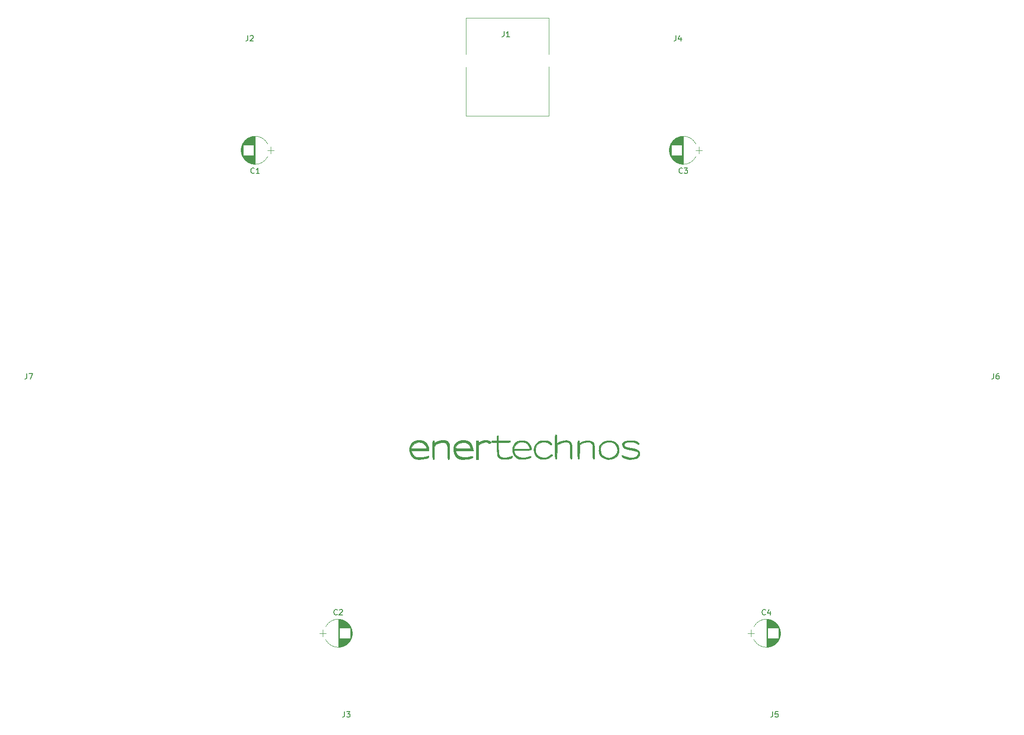
<source format=gbr>
G04 #@! TF.FileFunction,Legend,Top*
%FSLAX46Y46*%
G04 Gerber Fmt 4.6, Leading zero omitted, Abs format (unit mm)*
G04 Created by KiCad (PCBNEW 4.0.7) date 01/04/18 15:12:23*
%MOMM*%
%LPD*%
G01*
G04 APERTURE LIST*
%ADD10C,0.100000*%
%ADD11C,0.120000*%
%ADD12C,0.010000*%
%ADD13C,0.150000*%
G04 APERTURE END LIST*
D10*
D11*
X103500000Y138680000D02*
X88260000Y138680000D01*
X88260000Y120650000D02*
X88270000Y129640000D01*
X88260000Y120650000D02*
X103500000Y120650000D01*
X103500000Y120650000D02*
X103500000Y129650000D01*
X88270000Y131980000D02*
X88260000Y138680000D01*
X103500000Y131970000D02*
X103500000Y138680000D01*
X47204278Y113120277D02*
G75*
G03X51815580Y113120000I2305722J1179723D01*
G01*
X47204278Y115479723D02*
G75*
G02X51815580Y115480000I2305722J-1179723D01*
G01*
X47204278Y115479723D02*
G75*
G03X47204420Y113120000I2305722J-1179723D01*
G01*
X49510000Y111750000D02*
X49510000Y116850000D01*
X49470000Y111750000D02*
X49470000Y116850000D01*
X49430000Y111751000D02*
X49430000Y116849000D01*
X49390000Y111752000D02*
X49390000Y116848000D01*
X49350000Y111754000D02*
X49350000Y116846000D01*
X49310000Y111757000D02*
X49310000Y116843000D01*
X49270000Y111761000D02*
X49270000Y116839000D01*
X49230000Y111765000D02*
X49230000Y113320000D01*
X49230000Y115280000D02*
X49230000Y116835000D01*
X49190000Y111769000D02*
X49190000Y113320000D01*
X49190000Y115280000D02*
X49190000Y116831000D01*
X49150000Y111775000D02*
X49150000Y113320000D01*
X49150000Y115280000D02*
X49150000Y116825000D01*
X49110000Y111781000D02*
X49110000Y113320000D01*
X49110000Y115280000D02*
X49110000Y116819000D01*
X49070000Y111787000D02*
X49070000Y113320000D01*
X49070000Y115280000D02*
X49070000Y116813000D01*
X49030000Y111794000D02*
X49030000Y113320000D01*
X49030000Y115280000D02*
X49030000Y116806000D01*
X48990000Y111802000D02*
X48990000Y113320000D01*
X48990000Y115280000D02*
X48990000Y116798000D01*
X48950000Y111811000D02*
X48950000Y113320000D01*
X48950000Y115280000D02*
X48950000Y116789000D01*
X48910000Y111820000D02*
X48910000Y113320000D01*
X48910000Y115280000D02*
X48910000Y116780000D01*
X48870000Y111830000D02*
X48870000Y113320000D01*
X48870000Y115280000D02*
X48870000Y116770000D01*
X48830000Y111840000D02*
X48830000Y113320000D01*
X48830000Y115280000D02*
X48830000Y116760000D01*
X48789000Y111852000D02*
X48789000Y113320000D01*
X48789000Y115280000D02*
X48789000Y116748000D01*
X48749000Y111864000D02*
X48749000Y113320000D01*
X48749000Y115280000D02*
X48749000Y116736000D01*
X48709000Y111876000D02*
X48709000Y113320000D01*
X48709000Y115280000D02*
X48709000Y116724000D01*
X48669000Y111890000D02*
X48669000Y113320000D01*
X48669000Y115280000D02*
X48669000Y116710000D01*
X48629000Y111904000D02*
X48629000Y113320000D01*
X48629000Y115280000D02*
X48629000Y116696000D01*
X48589000Y111918000D02*
X48589000Y113320000D01*
X48589000Y115280000D02*
X48589000Y116682000D01*
X48549000Y111934000D02*
X48549000Y113320000D01*
X48549000Y115280000D02*
X48549000Y116666000D01*
X48509000Y111950000D02*
X48509000Y113320000D01*
X48509000Y115280000D02*
X48509000Y116650000D01*
X48469000Y111967000D02*
X48469000Y113320000D01*
X48469000Y115280000D02*
X48469000Y116633000D01*
X48429000Y111985000D02*
X48429000Y113320000D01*
X48429000Y115280000D02*
X48429000Y116615000D01*
X48389000Y112004000D02*
X48389000Y113320000D01*
X48389000Y115280000D02*
X48389000Y116596000D01*
X48349000Y112024000D02*
X48349000Y113320000D01*
X48349000Y115280000D02*
X48349000Y116576000D01*
X48309000Y112044000D02*
X48309000Y113320000D01*
X48309000Y115280000D02*
X48309000Y116556000D01*
X48269000Y112066000D02*
X48269000Y113320000D01*
X48269000Y115280000D02*
X48269000Y116534000D01*
X48229000Y112088000D02*
X48229000Y113320000D01*
X48229000Y115280000D02*
X48229000Y116512000D01*
X48189000Y112111000D02*
X48189000Y113320000D01*
X48189000Y115280000D02*
X48189000Y116489000D01*
X48149000Y112135000D02*
X48149000Y113320000D01*
X48149000Y115280000D02*
X48149000Y116465000D01*
X48109000Y112160000D02*
X48109000Y113320000D01*
X48109000Y115280000D02*
X48109000Y116440000D01*
X48069000Y112187000D02*
X48069000Y113320000D01*
X48069000Y115280000D02*
X48069000Y116413000D01*
X48029000Y112214000D02*
X48029000Y113320000D01*
X48029000Y115280000D02*
X48029000Y116386000D01*
X47989000Y112242000D02*
X47989000Y113320000D01*
X47989000Y115280000D02*
X47989000Y116358000D01*
X47949000Y112272000D02*
X47949000Y113320000D01*
X47949000Y115280000D02*
X47949000Y116328000D01*
X47909000Y112303000D02*
X47909000Y113320000D01*
X47909000Y115280000D02*
X47909000Y116297000D01*
X47869000Y112335000D02*
X47869000Y113320000D01*
X47869000Y115280000D02*
X47869000Y116265000D01*
X47829000Y112368000D02*
X47829000Y113320000D01*
X47829000Y115280000D02*
X47829000Y116232000D01*
X47789000Y112403000D02*
X47789000Y113320000D01*
X47789000Y115280000D02*
X47789000Y116197000D01*
X47749000Y112439000D02*
X47749000Y113320000D01*
X47749000Y115280000D02*
X47749000Y116161000D01*
X47709000Y112477000D02*
X47709000Y113320000D01*
X47709000Y115280000D02*
X47709000Y116123000D01*
X47669000Y112517000D02*
X47669000Y113320000D01*
X47669000Y115280000D02*
X47669000Y116083000D01*
X47629000Y112558000D02*
X47629000Y113320000D01*
X47629000Y115280000D02*
X47629000Y116042000D01*
X47589000Y112601000D02*
X47589000Y113320000D01*
X47589000Y115280000D02*
X47589000Y115999000D01*
X47549000Y112646000D02*
X47549000Y113320000D01*
X47549000Y115280000D02*
X47549000Y115954000D01*
X47509000Y112694000D02*
X47509000Y113320000D01*
X47509000Y115280000D02*
X47509000Y115906000D01*
X47469000Y112744000D02*
X47469000Y113320000D01*
X47469000Y115280000D02*
X47469000Y115856000D01*
X47429000Y112796000D02*
X47429000Y113320000D01*
X47429000Y115280000D02*
X47429000Y115804000D01*
X47389000Y112852000D02*
X47389000Y113320000D01*
X47389000Y115280000D02*
X47389000Y115748000D01*
X47349000Y112910000D02*
X47349000Y113320000D01*
X47349000Y115280000D02*
X47349000Y115690000D01*
X47309000Y112973000D02*
X47309000Y113320000D01*
X47309000Y115280000D02*
X47309000Y115627000D01*
X47269000Y113039000D02*
X47269000Y115561000D01*
X47229000Y113111000D02*
X47229000Y115489000D01*
X47189000Y113188000D02*
X47189000Y115412000D01*
X47149000Y113272000D02*
X47149000Y115328000D01*
X47109000Y113366000D02*
X47109000Y115234000D01*
X47069000Y113471000D02*
X47069000Y115129000D01*
X47029000Y113593000D02*
X47029000Y115007000D01*
X46989000Y113741000D02*
X46989000Y114859000D01*
X46949000Y113946000D02*
X46949000Y114654000D01*
X52960000Y114300000D02*
X51760000Y114300000D01*
X52360000Y113650000D02*
X52360000Y114950000D01*
X67095722Y26579723D02*
G75*
G03X62484420Y26580000I-2305722J-1179723D01*
G01*
X67095722Y24220277D02*
G75*
G02X62484420Y24220000I-2305722J1179723D01*
G01*
X67095722Y24220277D02*
G75*
G03X67095580Y26580000I-2305722J1179723D01*
G01*
X64790000Y27950000D02*
X64790000Y22850000D01*
X64830000Y27950000D02*
X64830000Y22850000D01*
X64870000Y27949000D02*
X64870000Y22851000D01*
X64910000Y27948000D02*
X64910000Y22852000D01*
X64950000Y27946000D02*
X64950000Y22854000D01*
X64990000Y27943000D02*
X64990000Y22857000D01*
X65030000Y27939000D02*
X65030000Y22861000D01*
X65070000Y27935000D02*
X65070000Y26380000D01*
X65070000Y24420000D02*
X65070000Y22865000D01*
X65110000Y27931000D02*
X65110000Y26380000D01*
X65110000Y24420000D02*
X65110000Y22869000D01*
X65150000Y27925000D02*
X65150000Y26380000D01*
X65150000Y24420000D02*
X65150000Y22875000D01*
X65190000Y27919000D02*
X65190000Y26380000D01*
X65190000Y24420000D02*
X65190000Y22881000D01*
X65230000Y27913000D02*
X65230000Y26380000D01*
X65230000Y24420000D02*
X65230000Y22887000D01*
X65270000Y27906000D02*
X65270000Y26380000D01*
X65270000Y24420000D02*
X65270000Y22894000D01*
X65310000Y27898000D02*
X65310000Y26380000D01*
X65310000Y24420000D02*
X65310000Y22902000D01*
X65350000Y27889000D02*
X65350000Y26380000D01*
X65350000Y24420000D02*
X65350000Y22911000D01*
X65390000Y27880000D02*
X65390000Y26380000D01*
X65390000Y24420000D02*
X65390000Y22920000D01*
X65430000Y27870000D02*
X65430000Y26380000D01*
X65430000Y24420000D02*
X65430000Y22930000D01*
X65470000Y27860000D02*
X65470000Y26380000D01*
X65470000Y24420000D02*
X65470000Y22940000D01*
X65511000Y27848000D02*
X65511000Y26380000D01*
X65511000Y24420000D02*
X65511000Y22952000D01*
X65551000Y27836000D02*
X65551000Y26380000D01*
X65551000Y24420000D02*
X65551000Y22964000D01*
X65591000Y27824000D02*
X65591000Y26380000D01*
X65591000Y24420000D02*
X65591000Y22976000D01*
X65631000Y27810000D02*
X65631000Y26380000D01*
X65631000Y24420000D02*
X65631000Y22990000D01*
X65671000Y27796000D02*
X65671000Y26380000D01*
X65671000Y24420000D02*
X65671000Y23004000D01*
X65711000Y27782000D02*
X65711000Y26380000D01*
X65711000Y24420000D02*
X65711000Y23018000D01*
X65751000Y27766000D02*
X65751000Y26380000D01*
X65751000Y24420000D02*
X65751000Y23034000D01*
X65791000Y27750000D02*
X65791000Y26380000D01*
X65791000Y24420000D02*
X65791000Y23050000D01*
X65831000Y27733000D02*
X65831000Y26380000D01*
X65831000Y24420000D02*
X65831000Y23067000D01*
X65871000Y27715000D02*
X65871000Y26380000D01*
X65871000Y24420000D02*
X65871000Y23085000D01*
X65911000Y27696000D02*
X65911000Y26380000D01*
X65911000Y24420000D02*
X65911000Y23104000D01*
X65951000Y27676000D02*
X65951000Y26380000D01*
X65951000Y24420000D02*
X65951000Y23124000D01*
X65991000Y27656000D02*
X65991000Y26380000D01*
X65991000Y24420000D02*
X65991000Y23144000D01*
X66031000Y27634000D02*
X66031000Y26380000D01*
X66031000Y24420000D02*
X66031000Y23166000D01*
X66071000Y27612000D02*
X66071000Y26380000D01*
X66071000Y24420000D02*
X66071000Y23188000D01*
X66111000Y27589000D02*
X66111000Y26380000D01*
X66111000Y24420000D02*
X66111000Y23211000D01*
X66151000Y27565000D02*
X66151000Y26380000D01*
X66151000Y24420000D02*
X66151000Y23235000D01*
X66191000Y27540000D02*
X66191000Y26380000D01*
X66191000Y24420000D02*
X66191000Y23260000D01*
X66231000Y27513000D02*
X66231000Y26380000D01*
X66231000Y24420000D02*
X66231000Y23287000D01*
X66271000Y27486000D02*
X66271000Y26380000D01*
X66271000Y24420000D02*
X66271000Y23314000D01*
X66311000Y27458000D02*
X66311000Y26380000D01*
X66311000Y24420000D02*
X66311000Y23342000D01*
X66351000Y27428000D02*
X66351000Y26380000D01*
X66351000Y24420000D02*
X66351000Y23372000D01*
X66391000Y27397000D02*
X66391000Y26380000D01*
X66391000Y24420000D02*
X66391000Y23403000D01*
X66431000Y27365000D02*
X66431000Y26380000D01*
X66431000Y24420000D02*
X66431000Y23435000D01*
X66471000Y27332000D02*
X66471000Y26380000D01*
X66471000Y24420000D02*
X66471000Y23468000D01*
X66511000Y27297000D02*
X66511000Y26380000D01*
X66511000Y24420000D02*
X66511000Y23503000D01*
X66551000Y27261000D02*
X66551000Y26380000D01*
X66551000Y24420000D02*
X66551000Y23539000D01*
X66591000Y27223000D02*
X66591000Y26380000D01*
X66591000Y24420000D02*
X66591000Y23577000D01*
X66631000Y27183000D02*
X66631000Y26380000D01*
X66631000Y24420000D02*
X66631000Y23617000D01*
X66671000Y27142000D02*
X66671000Y26380000D01*
X66671000Y24420000D02*
X66671000Y23658000D01*
X66711000Y27099000D02*
X66711000Y26380000D01*
X66711000Y24420000D02*
X66711000Y23701000D01*
X66751000Y27054000D02*
X66751000Y26380000D01*
X66751000Y24420000D02*
X66751000Y23746000D01*
X66791000Y27006000D02*
X66791000Y26380000D01*
X66791000Y24420000D02*
X66791000Y23794000D01*
X66831000Y26956000D02*
X66831000Y26380000D01*
X66831000Y24420000D02*
X66831000Y23844000D01*
X66871000Y26904000D02*
X66871000Y26380000D01*
X66871000Y24420000D02*
X66871000Y23896000D01*
X66911000Y26848000D02*
X66911000Y26380000D01*
X66911000Y24420000D02*
X66911000Y23952000D01*
X66951000Y26790000D02*
X66951000Y26380000D01*
X66951000Y24420000D02*
X66951000Y24010000D01*
X66991000Y26727000D02*
X66991000Y26380000D01*
X66991000Y24420000D02*
X66991000Y24073000D01*
X67031000Y26661000D02*
X67031000Y24139000D01*
X67071000Y26589000D02*
X67071000Y24211000D01*
X67111000Y26512000D02*
X67111000Y24288000D01*
X67151000Y26428000D02*
X67151000Y24372000D01*
X67191000Y26334000D02*
X67191000Y24466000D01*
X67231000Y26229000D02*
X67231000Y24571000D01*
X67271000Y26107000D02*
X67271000Y24693000D01*
X67311000Y25959000D02*
X67311000Y24841000D01*
X67351000Y25754000D02*
X67351000Y25046000D01*
X61340000Y25400000D02*
X62540000Y25400000D01*
X61940000Y26050000D02*
X61940000Y24750000D01*
X125944278Y113120277D02*
G75*
G03X130555580Y113120000I2305722J1179723D01*
G01*
X125944278Y115479723D02*
G75*
G02X130555580Y115480000I2305722J-1179723D01*
G01*
X125944278Y115479723D02*
G75*
G03X125944420Y113120000I2305722J-1179723D01*
G01*
X128250000Y111750000D02*
X128250000Y116850000D01*
X128210000Y111750000D02*
X128210000Y116850000D01*
X128170000Y111751000D02*
X128170000Y116849000D01*
X128130000Y111752000D02*
X128130000Y116848000D01*
X128090000Y111754000D02*
X128090000Y116846000D01*
X128050000Y111757000D02*
X128050000Y116843000D01*
X128010000Y111761000D02*
X128010000Y116839000D01*
X127970000Y111765000D02*
X127970000Y113320000D01*
X127970000Y115280000D02*
X127970000Y116835000D01*
X127930000Y111769000D02*
X127930000Y113320000D01*
X127930000Y115280000D02*
X127930000Y116831000D01*
X127890000Y111775000D02*
X127890000Y113320000D01*
X127890000Y115280000D02*
X127890000Y116825000D01*
X127850000Y111781000D02*
X127850000Y113320000D01*
X127850000Y115280000D02*
X127850000Y116819000D01*
X127810000Y111787000D02*
X127810000Y113320000D01*
X127810000Y115280000D02*
X127810000Y116813000D01*
X127770000Y111794000D02*
X127770000Y113320000D01*
X127770000Y115280000D02*
X127770000Y116806000D01*
X127730000Y111802000D02*
X127730000Y113320000D01*
X127730000Y115280000D02*
X127730000Y116798000D01*
X127690000Y111811000D02*
X127690000Y113320000D01*
X127690000Y115280000D02*
X127690000Y116789000D01*
X127650000Y111820000D02*
X127650000Y113320000D01*
X127650000Y115280000D02*
X127650000Y116780000D01*
X127610000Y111830000D02*
X127610000Y113320000D01*
X127610000Y115280000D02*
X127610000Y116770000D01*
X127570000Y111840000D02*
X127570000Y113320000D01*
X127570000Y115280000D02*
X127570000Y116760000D01*
X127529000Y111852000D02*
X127529000Y113320000D01*
X127529000Y115280000D02*
X127529000Y116748000D01*
X127489000Y111864000D02*
X127489000Y113320000D01*
X127489000Y115280000D02*
X127489000Y116736000D01*
X127449000Y111876000D02*
X127449000Y113320000D01*
X127449000Y115280000D02*
X127449000Y116724000D01*
X127409000Y111890000D02*
X127409000Y113320000D01*
X127409000Y115280000D02*
X127409000Y116710000D01*
X127369000Y111904000D02*
X127369000Y113320000D01*
X127369000Y115280000D02*
X127369000Y116696000D01*
X127329000Y111918000D02*
X127329000Y113320000D01*
X127329000Y115280000D02*
X127329000Y116682000D01*
X127289000Y111934000D02*
X127289000Y113320000D01*
X127289000Y115280000D02*
X127289000Y116666000D01*
X127249000Y111950000D02*
X127249000Y113320000D01*
X127249000Y115280000D02*
X127249000Y116650000D01*
X127209000Y111967000D02*
X127209000Y113320000D01*
X127209000Y115280000D02*
X127209000Y116633000D01*
X127169000Y111985000D02*
X127169000Y113320000D01*
X127169000Y115280000D02*
X127169000Y116615000D01*
X127129000Y112004000D02*
X127129000Y113320000D01*
X127129000Y115280000D02*
X127129000Y116596000D01*
X127089000Y112024000D02*
X127089000Y113320000D01*
X127089000Y115280000D02*
X127089000Y116576000D01*
X127049000Y112044000D02*
X127049000Y113320000D01*
X127049000Y115280000D02*
X127049000Y116556000D01*
X127009000Y112066000D02*
X127009000Y113320000D01*
X127009000Y115280000D02*
X127009000Y116534000D01*
X126969000Y112088000D02*
X126969000Y113320000D01*
X126969000Y115280000D02*
X126969000Y116512000D01*
X126929000Y112111000D02*
X126929000Y113320000D01*
X126929000Y115280000D02*
X126929000Y116489000D01*
X126889000Y112135000D02*
X126889000Y113320000D01*
X126889000Y115280000D02*
X126889000Y116465000D01*
X126849000Y112160000D02*
X126849000Y113320000D01*
X126849000Y115280000D02*
X126849000Y116440000D01*
X126809000Y112187000D02*
X126809000Y113320000D01*
X126809000Y115280000D02*
X126809000Y116413000D01*
X126769000Y112214000D02*
X126769000Y113320000D01*
X126769000Y115280000D02*
X126769000Y116386000D01*
X126729000Y112242000D02*
X126729000Y113320000D01*
X126729000Y115280000D02*
X126729000Y116358000D01*
X126689000Y112272000D02*
X126689000Y113320000D01*
X126689000Y115280000D02*
X126689000Y116328000D01*
X126649000Y112303000D02*
X126649000Y113320000D01*
X126649000Y115280000D02*
X126649000Y116297000D01*
X126609000Y112335000D02*
X126609000Y113320000D01*
X126609000Y115280000D02*
X126609000Y116265000D01*
X126569000Y112368000D02*
X126569000Y113320000D01*
X126569000Y115280000D02*
X126569000Y116232000D01*
X126529000Y112403000D02*
X126529000Y113320000D01*
X126529000Y115280000D02*
X126529000Y116197000D01*
X126489000Y112439000D02*
X126489000Y113320000D01*
X126489000Y115280000D02*
X126489000Y116161000D01*
X126449000Y112477000D02*
X126449000Y113320000D01*
X126449000Y115280000D02*
X126449000Y116123000D01*
X126409000Y112517000D02*
X126409000Y113320000D01*
X126409000Y115280000D02*
X126409000Y116083000D01*
X126369000Y112558000D02*
X126369000Y113320000D01*
X126369000Y115280000D02*
X126369000Y116042000D01*
X126329000Y112601000D02*
X126329000Y113320000D01*
X126329000Y115280000D02*
X126329000Y115999000D01*
X126289000Y112646000D02*
X126289000Y113320000D01*
X126289000Y115280000D02*
X126289000Y115954000D01*
X126249000Y112694000D02*
X126249000Y113320000D01*
X126249000Y115280000D02*
X126249000Y115906000D01*
X126209000Y112744000D02*
X126209000Y113320000D01*
X126209000Y115280000D02*
X126209000Y115856000D01*
X126169000Y112796000D02*
X126169000Y113320000D01*
X126169000Y115280000D02*
X126169000Y115804000D01*
X126129000Y112852000D02*
X126129000Y113320000D01*
X126129000Y115280000D02*
X126129000Y115748000D01*
X126089000Y112910000D02*
X126089000Y113320000D01*
X126089000Y115280000D02*
X126089000Y115690000D01*
X126049000Y112973000D02*
X126049000Y113320000D01*
X126049000Y115280000D02*
X126049000Y115627000D01*
X126009000Y113039000D02*
X126009000Y115561000D01*
X125969000Y113111000D02*
X125969000Y115489000D01*
X125929000Y113188000D02*
X125929000Y115412000D01*
X125889000Y113272000D02*
X125889000Y115328000D01*
X125849000Y113366000D02*
X125849000Y115234000D01*
X125809000Y113471000D02*
X125809000Y115129000D01*
X125769000Y113593000D02*
X125769000Y115007000D01*
X125729000Y113741000D02*
X125729000Y114859000D01*
X125689000Y113946000D02*
X125689000Y114654000D01*
X131700000Y114300000D02*
X130500000Y114300000D01*
X131100000Y113650000D02*
X131100000Y114950000D01*
X145835722Y26579723D02*
G75*
G03X141224420Y26580000I-2305722J-1179723D01*
G01*
X145835722Y24220277D02*
G75*
G02X141224420Y24220000I-2305722J1179723D01*
G01*
X145835722Y24220277D02*
G75*
G03X145835580Y26580000I-2305722J1179723D01*
G01*
X143530000Y27950000D02*
X143530000Y22850000D01*
X143570000Y27950000D02*
X143570000Y22850000D01*
X143610000Y27949000D02*
X143610000Y22851000D01*
X143650000Y27948000D02*
X143650000Y22852000D01*
X143690000Y27946000D02*
X143690000Y22854000D01*
X143730000Y27943000D02*
X143730000Y22857000D01*
X143770000Y27939000D02*
X143770000Y22861000D01*
X143810000Y27935000D02*
X143810000Y26380000D01*
X143810000Y24420000D02*
X143810000Y22865000D01*
X143850000Y27931000D02*
X143850000Y26380000D01*
X143850000Y24420000D02*
X143850000Y22869000D01*
X143890000Y27925000D02*
X143890000Y26380000D01*
X143890000Y24420000D02*
X143890000Y22875000D01*
X143930000Y27919000D02*
X143930000Y26380000D01*
X143930000Y24420000D02*
X143930000Y22881000D01*
X143970000Y27913000D02*
X143970000Y26380000D01*
X143970000Y24420000D02*
X143970000Y22887000D01*
X144010000Y27906000D02*
X144010000Y26380000D01*
X144010000Y24420000D02*
X144010000Y22894000D01*
X144050000Y27898000D02*
X144050000Y26380000D01*
X144050000Y24420000D02*
X144050000Y22902000D01*
X144090000Y27889000D02*
X144090000Y26380000D01*
X144090000Y24420000D02*
X144090000Y22911000D01*
X144130000Y27880000D02*
X144130000Y26380000D01*
X144130000Y24420000D02*
X144130000Y22920000D01*
X144170000Y27870000D02*
X144170000Y26380000D01*
X144170000Y24420000D02*
X144170000Y22930000D01*
X144210000Y27860000D02*
X144210000Y26380000D01*
X144210000Y24420000D02*
X144210000Y22940000D01*
X144251000Y27848000D02*
X144251000Y26380000D01*
X144251000Y24420000D02*
X144251000Y22952000D01*
X144291000Y27836000D02*
X144291000Y26380000D01*
X144291000Y24420000D02*
X144291000Y22964000D01*
X144331000Y27824000D02*
X144331000Y26380000D01*
X144331000Y24420000D02*
X144331000Y22976000D01*
X144371000Y27810000D02*
X144371000Y26380000D01*
X144371000Y24420000D02*
X144371000Y22990000D01*
X144411000Y27796000D02*
X144411000Y26380000D01*
X144411000Y24420000D02*
X144411000Y23004000D01*
X144451000Y27782000D02*
X144451000Y26380000D01*
X144451000Y24420000D02*
X144451000Y23018000D01*
X144491000Y27766000D02*
X144491000Y26380000D01*
X144491000Y24420000D02*
X144491000Y23034000D01*
X144531000Y27750000D02*
X144531000Y26380000D01*
X144531000Y24420000D02*
X144531000Y23050000D01*
X144571000Y27733000D02*
X144571000Y26380000D01*
X144571000Y24420000D02*
X144571000Y23067000D01*
X144611000Y27715000D02*
X144611000Y26380000D01*
X144611000Y24420000D02*
X144611000Y23085000D01*
X144651000Y27696000D02*
X144651000Y26380000D01*
X144651000Y24420000D02*
X144651000Y23104000D01*
X144691000Y27676000D02*
X144691000Y26380000D01*
X144691000Y24420000D02*
X144691000Y23124000D01*
X144731000Y27656000D02*
X144731000Y26380000D01*
X144731000Y24420000D02*
X144731000Y23144000D01*
X144771000Y27634000D02*
X144771000Y26380000D01*
X144771000Y24420000D02*
X144771000Y23166000D01*
X144811000Y27612000D02*
X144811000Y26380000D01*
X144811000Y24420000D02*
X144811000Y23188000D01*
X144851000Y27589000D02*
X144851000Y26380000D01*
X144851000Y24420000D02*
X144851000Y23211000D01*
X144891000Y27565000D02*
X144891000Y26380000D01*
X144891000Y24420000D02*
X144891000Y23235000D01*
X144931000Y27540000D02*
X144931000Y26380000D01*
X144931000Y24420000D02*
X144931000Y23260000D01*
X144971000Y27513000D02*
X144971000Y26380000D01*
X144971000Y24420000D02*
X144971000Y23287000D01*
X145011000Y27486000D02*
X145011000Y26380000D01*
X145011000Y24420000D02*
X145011000Y23314000D01*
X145051000Y27458000D02*
X145051000Y26380000D01*
X145051000Y24420000D02*
X145051000Y23342000D01*
X145091000Y27428000D02*
X145091000Y26380000D01*
X145091000Y24420000D02*
X145091000Y23372000D01*
X145131000Y27397000D02*
X145131000Y26380000D01*
X145131000Y24420000D02*
X145131000Y23403000D01*
X145171000Y27365000D02*
X145171000Y26380000D01*
X145171000Y24420000D02*
X145171000Y23435000D01*
X145211000Y27332000D02*
X145211000Y26380000D01*
X145211000Y24420000D02*
X145211000Y23468000D01*
X145251000Y27297000D02*
X145251000Y26380000D01*
X145251000Y24420000D02*
X145251000Y23503000D01*
X145291000Y27261000D02*
X145291000Y26380000D01*
X145291000Y24420000D02*
X145291000Y23539000D01*
X145331000Y27223000D02*
X145331000Y26380000D01*
X145331000Y24420000D02*
X145331000Y23577000D01*
X145371000Y27183000D02*
X145371000Y26380000D01*
X145371000Y24420000D02*
X145371000Y23617000D01*
X145411000Y27142000D02*
X145411000Y26380000D01*
X145411000Y24420000D02*
X145411000Y23658000D01*
X145451000Y27099000D02*
X145451000Y26380000D01*
X145451000Y24420000D02*
X145451000Y23701000D01*
X145491000Y27054000D02*
X145491000Y26380000D01*
X145491000Y24420000D02*
X145491000Y23746000D01*
X145531000Y27006000D02*
X145531000Y26380000D01*
X145531000Y24420000D02*
X145531000Y23794000D01*
X145571000Y26956000D02*
X145571000Y26380000D01*
X145571000Y24420000D02*
X145571000Y23844000D01*
X145611000Y26904000D02*
X145611000Y26380000D01*
X145611000Y24420000D02*
X145611000Y23896000D01*
X145651000Y26848000D02*
X145651000Y26380000D01*
X145651000Y24420000D02*
X145651000Y23952000D01*
X145691000Y26790000D02*
X145691000Y26380000D01*
X145691000Y24420000D02*
X145691000Y24010000D01*
X145731000Y26727000D02*
X145731000Y26380000D01*
X145731000Y24420000D02*
X145731000Y24073000D01*
X145771000Y26661000D02*
X145771000Y24139000D01*
X145811000Y26589000D02*
X145811000Y24211000D01*
X145851000Y26512000D02*
X145851000Y24288000D01*
X145891000Y26428000D02*
X145891000Y24372000D01*
X145931000Y26334000D02*
X145931000Y24466000D01*
X145971000Y26229000D02*
X145971000Y24571000D01*
X146011000Y26107000D02*
X146011000Y24693000D01*
X146051000Y25959000D02*
X146051000Y24841000D01*
X146091000Y25754000D02*
X146091000Y25046000D01*
X140080000Y25400000D02*
X141280000Y25400000D01*
X140680000Y26050000D02*
X140680000Y24750000D01*
D12*
G36*
X80358496Y60839541D02*
X80688657Y60672841D01*
X80983973Y60398343D01*
X81232311Y60024111D01*
X81398384Y59614464D01*
X81448506Y59287834D01*
X81449334Y59012667D01*
X78243821Y59012667D01*
X78319646Y58748279D01*
X78515048Y58320118D01*
X78821405Y58014630D01*
X79240202Y57831466D01*
X79772923Y57770277D01*
X80421052Y57830714D01*
X81186075Y58012428D01*
X81301167Y58047087D01*
X81414758Y58041971D01*
X81449169Y57906793D01*
X81449334Y57889236D01*
X81432045Y57777990D01*
X81356659Y57698390D01*
X81187893Y57629618D01*
X80890464Y57550853D01*
X80865719Y57544863D01*
X80225707Y57431939D01*
X79627828Y57405935D01*
X79108625Y57466144D01*
X78754247Y57585672D01*
X78357481Y57861751D01*
X78087632Y58239272D01*
X77938555Y58728623D01*
X77907483Y59016746D01*
X77910957Y59436000D01*
X78236191Y59436000D01*
X81002518Y59436000D01*
X80960992Y59653232D01*
X80840214Y59921240D01*
X80607764Y60189678D01*
X80314132Y60410216D01*
X80050264Y60524963D01*
X79588303Y60568450D01*
X79141636Y60467599D01*
X78747997Y60241131D01*
X78445124Y59907765D01*
X78324402Y59668834D01*
X78236191Y59436000D01*
X77910957Y59436000D01*
X77911722Y59528254D01*
X77999561Y59927172D01*
X78185069Y60255311D01*
X78401258Y60484193D01*
X78832748Y60767947D01*
X79331637Y60924135D01*
X79854646Y60949190D01*
X80358496Y60839541D01*
X80358496Y60839541D01*
G37*
X80358496Y60839541D02*
X80688657Y60672841D01*
X80983973Y60398343D01*
X81232311Y60024111D01*
X81398384Y59614464D01*
X81448506Y59287834D01*
X81449334Y59012667D01*
X78243821Y59012667D01*
X78319646Y58748279D01*
X78515048Y58320118D01*
X78821405Y58014630D01*
X79240202Y57831466D01*
X79772923Y57770277D01*
X80421052Y57830714D01*
X81186075Y58012428D01*
X81301167Y58047087D01*
X81414758Y58041971D01*
X81449169Y57906793D01*
X81449334Y57889236D01*
X81432045Y57777990D01*
X81356659Y57698390D01*
X81187893Y57629618D01*
X80890464Y57550853D01*
X80865719Y57544863D01*
X80225707Y57431939D01*
X79627828Y57405935D01*
X79108625Y57466144D01*
X78754247Y57585672D01*
X78357481Y57861751D01*
X78087632Y58239272D01*
X77938555Y58728623D01*
X77907483Y59016746D01*
X77910957Y59436000D01*
X78236191Y59436000D01*
X81002518Y59436000D01*
X80960992Y59653232D01*
X80840214Y59921240D01*
X80607764Y60189678D01*
X80314132Y60410216D01*
X80050264Y60524963D01*
X79588303Y60568450D01*
X79141636Y60467599D01*
X78747997Y60241131D01*
X78445124Y59907765D01*
X78324402Y59668834D01*
X78236191Y59436000D01*
X77910957Y59436000D01*
X77911722Y59528254D01*
X77999561Y59927172D01*
X78185069Y60255311D01*
X78401258Y60484193D01*
X78832748Y60767947D01*
X79331637Y60924135D01*
X79854646Y60949190D01*
X80358496Y60839541D01*
G36*
X84666662Y60847310D02*
X84677820Y60842122D01*
X84875005Y60734277D01*
X85022236Y60607187D01*
X85126664Y60435854D01*
X85195439Y60195285D01*
X85235708Y59860483D01*
X85254624Y59406452D01*
X85259334Y58809104D01*
X85258407Y58291853D01*
X85253705Y57920002D01*
X85242344Y57669620D01*
X85221440Y57516775D01*
X85188108Y57437536D01*
X85139464Y57407972D01*
X85090000Y57404000D01*
X85022477Y57412936D01*
X84975750Y57457244D01*
X84945991Y57563178D01*
X84929370Y57756992D01*
X84922058Y58064938D01*
X84920225Y58513270D01*
X84920195Y58568167D01*
X84912595Y59173873D01*
X84887203Y59633492D01*
X84839296Y59969764D01*
X84764152Y60205432D01*
X84657046Y60363235D01*
X84527603Y60458457D01*
X84198813Y60551670D01*
X83787584Y60543887D01*
X83344879Y60438405D01*
X83173129Y60370805D01*
X82912549Y60252952D01*
X82725329Y60146426D01*
X82599346Y60021940D01*
X82522476Y59850207D01*
X82482598Y59601942D01*
X82467588Y59247856D01*
X82465323Y58758663D01*
X82465334Y58660878D01*
X82464203Y58175690D01*
X82458541Y57834548D01*
X82444940Y57612169D01*
X82419995Y57483269D01*
X82380298Y57422564D01*
X82322445Y57404770D01*
X82296000Y57404000D01*
X82239096Y57410538D01*
X82196608Y57444519D01*
X82166436Y57527498D01*
X82146475Y57681029D01*
X82134623Y57926667D01*
X82128777Y58285965D01*
X82126834Y58780477D01*
X82126667Y59139667D01*
X82127305Y59722939D01*
X82130620Y60158433D01*
X82138715Y60467703D01*
X82153694Y60672302D01*
X82177659Y60793786D01*
X82212712Y60853708D01*
X82260957Y60873622D01*
X82296000Y60875334D01*
X82428465Y60826100D01*
X82465334Y60662241D01*
X82465334Y60449148D01*
X82908184Y60673557D01*
X83363602Y60848533D01*
X83844031Y60939202D01*
X84296155Y60940488D01*
X84666662Y60847310D01*
X84666662Y60847310D01*
G37*
X84666662Y60847310D02*
X84677820Y60842122D01*
X84875005Y60734277D01*
X85022236Y60607187D01*
X85126664Y60435854D01*
X85195439Y60195285D01*
X85235708Y59860483D01*
X85254624Y59406452D01*
X85259334Y58809104D01*
X85258407Y58291853D01*
X85253705Y57920002D01*
X85242344Y57669620D01*
X85221440Y57516775D01*
X85188108Y57437536D01*
X85139464Y57407972D01*
X85090000Y57404000D01*
X85022477Y57412936D01*
X84975750Y57457244D01*
X84945991Y57563178D01*
X84929370Y57756992D01*
X84922058Y58064938D01*
X84920225Y58513270D01*
X84920195Y58568167D01*
X84912595Y59173873D01*
X84887203Y59633492D01*
X84839296Y59969764D01*
X84764152Y60205432D01*
X84657046Y60363235D01*
X84527603Y60458457D01*
X84198813Y60551670D01*
X83787584Y60543887D01*
X83344879Y60438405D01*
X83173129Y60370805D01*
X82912549Y60252952D01*
X82725329Y60146426D01*
X82599346Y60021940D01*
X82522476Y59850207D01*
X82482598Y59601942D01*
X82467588Y59247856D01*
X82465323Y58758663D01*
X82465334Y58660878D01*
X82464203Y58175690D01*
X82458541Y57834548D01*
X82444940Y57612169D01*
X82419995Y57483269D01*
X82380298Y57422564D01*
X82322445Y57404770D01*
X82296000Y57404000D01*
X82239096Y57410538D01*
X82196608Y57444519D01*
X82166436Y57527498D01*
X82146475Y57681029D01*
X82134623Y57926667D01*
X82128777Y58285965D01*
X82126834Y58780477D01*
X82126667Y59139667D01*
X82127305Y59722939D01*
X82130620Y60158433D01*
X82138715Y60467703D01*
X82153694Y60672302D01*
X82177659Y60793786D01*
X82212712Y60853708D01*
X82260957Y60873622D01*
X82296000Y60875334D01*
X82428465Y60826100D01*
X82465334Y60662241D01*
X82465334Y60449148D01*
X82908184Y60673557D01*
X83363602Y60848533D01*
X83844031Y60939202D01*
X84296155Y60940488D01*
X84666662Y60847310D01*
G36*
X87922572Y60939310D02*
X88471373Y60820337D01*
X88922989Y60566578D01*
X89264855Y60189922D01*
X89484401Y59702258D01*
X89546903Y59402604D01*
X89600350Y59012667D01*
X86341643Y59012667D01*
X86398784Y58784998D01*
X86582071Y58364780D01*
X86887581Y58054244D01*
X87305599Y57856933D01*
X87826406Y57776391D01*
X88440286Y57816161D01*
X88836500Y57896083D01*
X89140808Y57963609D01*
X89370143Y58000051D01*
X89485872Y57999763D01*
X89492667Y57991948D01*
X89520088Y57859961D01*
X89538422Y57806614D01*
X89495182Y57714271D01*
X89315542Y57627296D01*
X89032429Y57549815D01*
X88678772Y57485958D01*
X88287499Y57439852D01*
X87891537Y57415627D01*
X87523816Y57417409D01*
X87217263Y57449328D01*
X87049624Y57494589D01*
X86607131Y57757681D01*
X86268529Y58134973D01*
X86048605Y58596671D01*
X85962145Y59112981D01*
X85998110Y59481707D01*
X86360000Y59481707D01*
X86440007Y59466473D01*
X86661393Y59453392D01*
X86996212Y59443380D01*
X87416514Y59437355D01*
X87752596Y59436000D01*
X89145192Y59436000D01*
X89055700Y59692717D01*
X88837035Y60091204D01*
X88514776Y60371607D01*
X88113715Y60526255D01*
X87658643Y60547475D01*
X87174354Y60427596D01*
X86974664Y60336688D01*
X86798592Y60196352D01*
X86610473Y59975983D01*
X86452207Y59733864D01*
X86365698Y59528280D01*
X86360000Y59481707D01*
X85998110Y59481707D01*
X86008836Y59591667D01*
X86196295Y60091083D01*
X86513680Y60483584D01*
X86934408Y60761972D01*
X87222412Y60888475D01*
X87470153Y60946116D01*
X87762727Y60950167D01*
X87922572Y60939310D01*
X87922572Y60939310D01*
G37*
X87922572Y60939310D02*
X88471373Y60820337D01*
X88922989Y60566578D01*
X89264855Y60189922D01*
X89484401Y59702258D01*
X89546903Y59402604D01*
X89600350Y59012667D01*
X86341643Y59012667D01*
X86398784Y58784998D01*
X86582071Y58364780D01*
X86887581Y58054244D01*
X87305599Y57856933D01*
X87826406Y57776391D01*
X88440286Y57816161D01*
X88836500Y57896083D01*
X89140808Y57963609D01*
X89370143Y58000051D01*
X89485872Y57999763D01*
X89492667Y57991948D01*
X89520088Y57859961D01*
X89538422Y57806614D01*
X89495182Y57714271D01*
X89315542Y57627296D01*
X89032429Y57549815D01*
X88678772Y57485958D01*
X88287499Y57439852D01*
X87891537Y57415627D01*
X87523816Y57417409D01*
X87217263Y57449328D01*
X87049624Y57494589D01*
X86607131Y57757681D01*
X86268529Y58134973D01*
X86048605Y58596671D01*
X85962145Y59112981D01*
X85998110Y59481707D01*
X86360000Y59481707D01*
X86440007Y59466473D01*
X86661393Y59453392D01*
X86996212Y59443380D01*
X87416514Y59437355D01*
X87752596Y59436000D01*
X89145192Y59436000D01*
X89055700Y59692717D01*
X88837035Y60091204D01*
X88514776Y60371607D01*
X88113715Y60526255D01*
X87658643Y60547475D01*
X87174354Y60427596D01*
X86974664Y60336688D01*
X86798592Y60196352D01*
X86610473Y59975983D01*
X86452207Y59733864D01*
X86365698Y59528280D01*
X86360000Y59481707D01*
X85998110Y59481707D01*
X86008836Y59591667D01*
X86196295Y60091083D01*
X86513680Y60483584D01*
X86934408Y60761972D01*
X87222412Y60888475D01*
X87470153Y60946116D01*
X87762727Y60950167D01*
X87922572Y60939310D01*
G36*
X92506206Y60823588D02*
X92508071Y60822705D01*
X92756895Y60683248D01*
X92854908Y60562902D01*
X92815803Y60440638D01*
X92781596Y60402644D01*
X92685283Y60340240D01*
X92555841Y60352309D01*
X92339936Y60445190D01*
X92313220Y60458333D01*
X92063629Y60563925D01*
X91858573Y60586704D01*
X91601231Y60537092D01*
X91595476Y60535587D01*
X91275289Y60421074D01*
X90959169Y60262848D01*
X90910834Y60232821D01*
X90593334Y60026265D01*
X90593334Y57404000D01*
X90170000Y57404000D01*
X90170000Y60875334D01*
X90381667Y60875334D01*
X90548401Y60834932D01*
X90593334Y60709896D01*
X90602689Y60621578D01*
X90655013Y60596504D01*
X90786697Y60638071D01*
X91034129Y60749677D01*
X91037834Y60751402D01*
X91556845Y60920682D01*
X92056893Y60945258D01*
X92506206Y60823588D01*
X92506206Y60823588D01*
G37*
X92506206Y60823588D02*
X92508071Y60822705D01*
X92756895Y60683248D01*
X92854908Y60562902D01*
X92815803Y60440638D01*
X92781596Y60402644D01*
X92685283Y60340240D01*
X92555841Y60352309D01*
X92339936Y60445190D01*
X92313220Y60458333D01*
X92063629Y60563925D01*
X91858573Y60586704D01*
X91601231Y60537092D01*
X91595476Y60535587D01*
X91275289Y60421074D01*
X90959169Y60262848D01*
X90910834Y60232821D01*
X90593334Y60026265D01*
X90593334Y57404000D01*
X90170000Y57404000D01*
X90170000Y60875334D01*
X90381667Y60875334D01*
X90548401Y60834932D01*
X90593334Y60709896D01*
X90602689Y60621578D01*
X90655013Y60596504D01*
X90786697Y60638071D01*
X91034129Y60749677D01*
X91037834Y60751402D01*
X91556845Y60920682D01*
X92056893Y60945258D01*
X92506206Y60823588D01*
G36*
X94183589Y61764861D02*
X94223020Y61618164D01*
X94234000Y61341000D01*
X94234000Y60875334D01*
X95334667Y60875334D01*
X95784008Y60873898D01*
X96091008Y60866821D01*
X96282652Y60849953D01*
X96385925Y60819141D01*
X96427814Y60770235D01*
X96435334Y60706000D01*
X96426043Y60637043D01*
X96380233Y60589867D01*
X96270998Y60560356D01*
X96071429Y60544397D01*
X95754620Y60537873D01*
X95328107Y60536667D01*
X94220880Y60536667D01*
X94248607Y59402282D01*
X94267690Y58879252D01*
X94302252Y58497426D01*
X94362478Y58228760D01*
X94458550Y58045207D01*
X94600653Y57918722D01*
X94798970Y57821259D01*
X94826667Y57810323D01*
X95164609Y57738961D01*
X95584902Y57734235D01*
X96016053Y57792036D01*
X96365046Y57898716D01*
X96601388Y57994211D01*
X96729144Y58019312D01*
X96792108Y57977477D01*
X96812414Y57934018D01*
X96788985Y57792493D01*
X96628536Y57663852D01*
X96363296Y57555578D01*
X96025491Y57475154D01*
X95647351Y57430064D01*
X95261102Y57427789D01*
X94898973Y57475813D01*
X94869000Y57482777D01*
X94558904Y57579355D01*
X94328651Y57713936D01*
X94167033Y57910511D01*
X94062841Y58193069D01*
X94004867Y58585599D01*
X93981903Y59112093D01*
X93980000Y59385564D01*
X93980000Y60536667D01*
X93472000Y60536667D01*
X93188272Y60542846D01*
X93034960Y60569987D01*
X92973339Y60631000D01*
X92964000Y60706000D01*
X92982536Y60800577D01*
X93063960Y60851681D01*
X93246998Y60872221D01*
X93472000Y60875334D01*
X93980000Y60875334D01*
X93980000Y61341000D01*
X93991402Y61621825D01*
X94031410Y61766406D01*
X94107000Y61806667D01*
X94183589Y61764861D01*
X94183589Y61764861D01*
G37*
X94183589Y61764861D02*
X94223020Y61618164D01*
X94234000Y61341000D01*
X94234000Y60875334D01*
X95334667Y60875334D01*
X95784008Y60873898D01*
X96091008Y60866821D01*
X96282652Y60849953D01*
X96385925Y60819141D01*
X96427814Y60770235D01*
X96435334Y60706000D01*
X96426043Y60637043D01*
X96380233Y60589867D01*
X96270998Y60560356D01*
X96071429Y60544397D01*
X95754620Y60537873D01*
X95328107Y60536667D01*
X94220880Y60536667D01*
X94248607Y59402282D01*
X94267690Y58879252D01*
X94302252Y58497426D01*
X94362478Y58228760D01*
X94458550Y58045207D01*
X94600653Y57918722D01*
X94798970Y57821259D01*
X94826667Y57810323D01*
X95164609Y57738961D01*
X95584902Y57734235D01*
X96016053Y57792036D01*
X96365046Y57898716D01*
X96601388Y57994211D01*
X96729144Y58019312D01*
X96792108Y57977477D01*
X96812414Y57934018D01*
X96788985Y57792493D01*
X96628536Y57663852D01*
X96363296Y57555578D01*
X96025491Y57475154D01*
X95647351Y57430064D01*
X95261102Y57427789D01*
X94898973Y57475813D01*
X94869000Y57482777D01*
X94558904Y57579355D01*
X94328651Y57713936D01*
X94167033Y57910511D01*
X94062841Y58193069D01*
X94004867Y58585599D01*
X93981903Y59112093D01*
X93980000Y59385564D01*
X93980000Y60536667D01*
X93472000Y60536667D01*
X93188272Y60542846D01*
X93034960Y60569987D01*
X92973339Y60631000D01*
X92964000Y60706000D01*
X92982536Y60800577D01*
X93063960Y60851681D01*
X93246998Y60872221D01*
X93472000Y60875334D01*
X93980000Y60875334D01*
X93980000Y61341000D01*
X93991402Y61621825D01*
X94031410Y61766406D01*
X94107000Y61806667D01*
X94183589Y61764861D01*
G36*
X98966856Y60865694D02*
X99303098Y60770118D01*
X99614682Y60577901D01*
X99769348Y60449703D01*
X100063579Y60085635D01*
X100202087Y59751331D01*
X100270424Y59527022D01*
X100310280Y59360680D01*
X100302140Y59243685D01*
X100226489Y59167418D01*
X100063812Y59123260D01*
X99794593Y59102592D01*
X99399319Y59096796D01*
X98858473Y59097251D01*
X98721334Y59097334D01*
X98144261Y59096963D01*
X97716979Y59091721D01*
X97419951Y59075414D01*
X97233639Y59041850D01*
X97138507Y58984835D01*
X97115016Y58898176D01*
X97143631Y58775679D01*
X97202973Y58616012D01*
X97422650Y58248646D01*
X97759912Y57942055D01*
X97911099Y57851554D01*
X98188248Y57769211D01*
X98576375Y57734672D01*
X99024125Y57747556D01*
X99480142Y57807483D01*
X99733396Y57865055D01*
X100028178Y57938067D01*
X100189384Y57953351D01*
X100243945Y57907131D01*
X100219289Y57796918D01*
X100104628Y57702428D01*
X99860743Y57613953D01*
X99527745Y57537222D01*
X99145743Y57477969D01*
X98754847Y57441924D01*
X98395168Y57434818D01*
X98106814Y57462384D01*
X98024023Y57483227D01*
X97535316Y57721058D01*
X97165158Y58070353D01*
X96923545Y58512613D01*
X96820472Y59029340D01*
X96846033Y59351334D01*
X97094310Y59351334D01*
X100009691Y59351334D01*
X99951587Y59584167D01*
X99804487Y59914578D01*
X99558046Y60228054D01*
X99267130Y60459357D01*
X99178559Y60503317D01*
X98728318Y60611366D01*
X98274501Y60581061D01*
X97851951Y60428289D01*
X97495515Y60168940D01*
X97240037Y59818901D01*
X97151451Y59579003D01*
X97094310Y59351334D01*
X96846033Y59351334D01*
X96865935Y59602037D01*
X96869628Y59619563D01*
X97051627Y60098684D01*
X97360783Y60476076D01*
X97780031Y60738744D01*
X98292306Y60873694D01*
X98537012Y60889220D01*
X98966856Y60865694D01*
X98966856Y60865694D01*
G37*
X98966856Y60865694D02*
X99303098Y60770118D01*
X99614682Y60577901D01*
X99769348Y60449703D01*
X100063579Y60085635D01*
X100202087Y59751331D01*
X100270424Y59527022D01*
X100310280Y59360680D01*
X100302140Y59243685D01*
X100226489Y59167418D01*
X100063812Y59123260D01*
X99794593Y59102592D01*
X99399319Y59096796D01*
X98858473Y59097251D01*
X98721334Y59097334D01*
X98144261Y59096963D01*
X97716979Y59091721D01*
X97419951Y59075414D01*
X97233639Y59041850D01*
X97138507Y58984835D01*
X97115016Y58898176D01*
X97143631Y58775679D01*
X97202973Y58616012D01*
X97422650Y58248646D01*
X97759912Y57942055D01*
X97911099Y57851554D01*
X98188248Y57769211D01*
X98576375Y57734672D01*
X99024125Y57747556D01*
X99480142Y57807483D01*
X99733396Y57865055D01*
X100028178Y57938067D01*
X100189384Y57953351D01*
X100243945Y57907131D01*
X100219289Y57796918D01*
X100104628Y57702428D01*
X99860743Y57613953D01*
X99527745Y57537222D01*
X99145743Y57477969D01*
X98754847Y57441924D01*
X98395168Y57434818D01*
X98106814Y57462384D01*
X98024023Y57483227D01*
X97535316Y57721058D01*
X97165158Y58070353D01*
X96923545Y58512613D01*
X96820472Y59029340D01*
X96846033Y59351334D01*
X97094310Y59351334D01*
X100009691Y59351334D01*
X99951587Y59584167D01*
X99804487Y59914578D01*
X99558046Y60228054D01*
X99267130Y60459357D01*
X99178559Y60503317D01*
X98728318Y60611366D01*
X98274501Y60581061D01*
X97851951Y60428289D01*
X97495515Y60168940D01*
X97240037Y59818901D01*
X97151451Y59579003D01*
X97094310Y59351334D01*
X96846033Y59351334D01*
X96865935Y59602037D01*
X96869628Y59619563D01*
X97051627Y60098684D01*
X97360783Y60476076D01*
X97780031Y60738744D01*
X98292306Y60873694D01*
X98537012Y60889220D01*
X98966856Y60865694D01*
G36*
X103139080Y60867756D02*
X103302728Y60832615D01*
X103525791Y60731961D01*
X103757355Y60579031D01*
X103948349Y60412396D01*
X104049701Y60270630D01*
X104055334Y60241022D01*
X104004992Y60094507D01*
X103871802Y60078074D01*
X103682512Y60192726D01*
X103646287Y60225699D01*
X103251358Y60491532D01*
X102793711Y60614027D01*
X102306568Y60589377D01*
X101855730Y60430834D01*
X101447123Y60138967D01*
X101181201Y59761930D01*
X101065521Y59315709D01*
X101102626Y58837995D01*
X101278597Y58373856D01*
X101569578Y58033832D01*
X101974715Y57818548D01*
X102493156Y57728631D01*
X102618969Y57725734D01*
X103030562Y57755095D01*
X103350355Y57860746D01*
X103648351Y58069038D01*
X103732779Y58145010D01*
X103952535Y58293609D01*
X104106056Y58301497D01*
X104183383Y58251345D01*
X104162919Y58168800D01*
X104032280Y58015166D01*
X104005277Y57986607D01*
X103785540Y57786242D01*
X103560256Y57625111D01*
X103523780Y57604700D01*
X103252972Y57515667D01*
X102883045Y57459072D01*
X102481905Y57439474D01*
X102117455Y57461436D01*
X101938667Y57498236D01*
X101468008Y57722327D01*
X101105413Y58067794D01*
X100864502Y58515464D01*
X100758897Y59046160D01*
X100755193Y59164207D01*
X100829178Y59701076D01*
X101053236Y60161369D01*
X101423388Y60538800D01*
X101756303Y60744812D01*
X102022473Y60828065D01*
X102387217Y60878893D01*
X102782198Y60893417D01*
X103139080Y60867756D01*
X103139080Y60867756D01*
G37*
X103139080Y60867756D02*
X103302728Y60832615D01*
X103525791Y60731961D01*
X103757355Y60579031D01*
X103948349Y60412396D01*
X104049701Y60270630D01*
X104055334Y60241022D01*
X104004992Y60094507D01*
X103871802Y60078074D01*
X103682512Y60192726D01*
X103646287Y60225699D01*
X103251358Y60491532D01*
X102793711Y60614027D01*
X102306568Y60589377D01*
X101855730Y60430834D01*
X101447123Y60138967D01*
X101181201Y59761930D01*
X101065521Y59315709D01*
X101102626Y58837995D01*
X101278597Y58373856D01*
X101569578Y58033832D01*
X101974715Y57818548D01*
X102493156Y57728631D01*
X102618969Y57725734D01*
X103030562Y57755095D01*
X103350355Y57860746D01*
X103648351Y58069038D01*
X103732779Y58145010D01*
X103952535Y58293609D01*
X104106056Y58301497D01*
X104183383Y58251345D01*
X104162919Y58168800D01*
X104032280Y58015166D01*
X104005277Y57986607D01*
X103785540Y57786242D01*
X103560256Y57625111D01*
X103523780Y57604700D01*
X103252972Y57515667D01*
X102883045Y57459072D01*
X102481905Y57439474D01*
X102117455Y57461436D01*
X101938667Y57498236D01*
X101468008Y57722327D01*
X101105413Y58067794D01*
X100864502Y58515464D01*
X100758897Y59046160D01*
X100755193Y59164207D01*
X100829178Y59701076D01*
X101053236Y60161369D01*
X101423388Y60538800D01*
X101756303Y60744812D01*
X102022473Y60828065D01*
X102387217Y60878893D01*
X102782198Y60893417D01*
X103139080Y60867756D01*
G36*
X115306908Y60792118D02*
X115739690Y60581641D01*
X116084874Y60260340D01*
X116142238Y60180087D01*
X116315007Y59795048D01*
X116403691Y59326940D01*
X116400872Y58843676D01*
X116326931Y58489306D01*
X116112838Y58095849D01*
X115774477Y57779852D01*
X115343895Y57553669D01*
X114853141Y57429655D01*
X114334264Y57420163D01*
X113839229Y57530333D01*
X113410031Y57730796D01*
X113098379Y58000509D01*
X112875670Y58340290D01*
X112765387Y58585128D01*
X112713226Y58819454D01*
X112707143Y59115356D01*
X112710544Y59179529D01*
X113010462Y59179529D01*
X113085395Y58679243D01*
X113302427Y58264502D01*
X113649908Y57949896D01*
X114116188Y57750015D01*
X114160994Y57738767D01*
X114390465Y57688353D01*
X114558231Y57674574D01*
X114743587Y57698478D01*
X114975636Y57749538D01*
X115450602Y57933740D01*
X115811348Y58236668D01*
X116038254Y58626658D01*
X116137476Y59090319D01*
X116089047Y59525315D01*
X115914356Y59913015D01*
X115634786Y60234787D01*
X115271726Y60471999D01*
X114846560Y60606018D01*
X114380675Y60618212D01*
X113898213Y60491105D01*
X113465931Y60238496D01*
X113178679Y59899615D01*
X113032366Y59468416D01*
X113010462Y59179529D01*
X112710544Y59179529D01*
X112716538Y59292579D01*
X112752254Y59640992D01*
X112818611Y59886475D01*
X112936860Y60095170D01*
X113002193Y60181579D01*
X113370181Y60525463D01*
X113818165Y60758443D01*
X114312627Y60880535D01*
X114820048Y60891755D01*
X115306908Y60792118D01*
X115306908Y60792118D01*
G37*
X115306908Y60792118D02*
X115739690Y60581641D01*
X116084874Y60260340D01*
X116142238Y60180087D01*
X116315007Y59795048D01*
X116403691Y59326940D01*
X116400872Y58843676D01*
X116326931Y58489306D01*
X116112838Y58095849D01*
X115774477Y57779852D01*
X115343895Y57553669D01*
X114853141Y57429655D01*
X114334264Y57420163D01*
X113839229Y57530333D01*
X113410031Y57730796D01*
X113098379Y58000509D01*
X112875670Y58340290D01*
X112765387Y58585128D01*
X112713226Y58819454D01*
X112707143Y59115356D01*
X112710544Y59179529D01*
X113010462Y59179529D01*
X113085395Y58679243D01*
X113302427Y58264502D01*
X113649908Y57949896D01*
X114116188Y57750015D01*
X114160994Y57738767D01*
X114390465Y57688353D01*
X114558231Y57674574D01*
X114743587Y57698478D01*
X114975636Y57749538D01*
X115450602Y57933740D01*
X115811348Y58236668D01*
X116038254Y58626658D01*
X116137476Y59090319D01*
X116089047Y59525315D01*
X115914356Y59913015D01*
X115634786Y60234787D01*
X115271726Y60471999D01*
X114846560Y60606018D01*
X114380675Y60618212D01*
X113898213Y60491105D01*
X113465931Y60238496D01*
X113178679Y59899615D01*
X113032366Y59468416D01*
X113010462Y59179529D01*
X112710544Y59179529D01*
X112716538Y59292579D01*
X112752254Y59640992D01*
X112818611Y59886475D01*
X112936860Y60095170D01*
X113002193Y60181579D01*
X113370181Y60525463D01*
X113818165Y60758443D01*
X114312627Y60880535D01*
X114820048Y60891755D01*
X115306908Y60792118D01*
G36*
X119105139Y60856230D02*
X119582367Y60744586D01*
X119913651Y60553018D01*
X119959835Y60507993D01*
X120079257Y60359694D01*
X120081468Y60265436D01*
X120025358Y60206597D01*
X119905681Y60149361D01*
X119842759Y60202705D01*
X119671826Y60350414D01*
X119378819Y60478817D01*
X119010942Y60572894D01*
X118615401Y60617625D01*
X118533334Y60619343D01*
X118048444Y60582429D01*
X117681608Y60472724D01*
X117447671Y60296860D01*
X117364010Y60097008D01*
X117382765Y59934180D01*
X117493450Y59801209D01*
X117715043Y59688677D01*
X118066522Y59587165D01*
X118566862Y59487255D01*
X118606555Y59480320D01*
X119095063Y59389054D01*
X119450031Y59304044D01*
X119706278Y59213405D01*
X119898622Y59105248D01*
X120036167Y58992269D01*
X120185120Y58747741D01*
X120231081Y58431176D01*
X120173110Y58105659D01*
X120052682Y57882984D01*
X119792646Y57673584D01*
X119410842Y57522542D01*
X118946602Y57436055D01*
X118439255Y57420320D01*
X117928135Y57481535D01*
X117758517Y57521506D01*
X117383883Y57651208D01*
X117107049Y57804740D01*
X116947709Y57965685D01*
X116925559Y58117623D01*
X116967676Y58180787D01*
X117059328Y58168061D01*
X117255845Y58092317D01*
X117487607Y57983232D01*
X117784548Y57849498D01*
X118054821Y57775964D01*
X118374203Y57746392D01*
X118608765Y57742984D01*
X119006888Y57757141D01*
X119288294Y57805255D01*
X119503774Y57896482D01*
X119522763Y57907786D01*
X119800761Y58138357D01*
X119932598Y58387689D01*
X119914149Y58631899D01*
X119741291Y58847103D01*
X119691079Y58882465D01*
X119537716Y58944216D01*
X119257621Y59023356D01*
X118891109Y59109546D01*
X118492304Y59189893D01*
X118042870Y59277806D01*
X117726466Y59353741D01*
X117508455Y59429410D01*
X117354198Y59516526D01*
X117243470Y59612171D01*
X117052138Y59903506D01*
X117016655Y60220755D01*
X117091530Y60447385D01*
X117266453Y60616119D01*
X117574176Y60753267D01*
X117979396Y60847614D01*
X118446810Y60887947D01*
X118480033Y60888448D01*
X119105139Y60856230D01*
X119105139Y60856230D01*
G37*
X119105139Y60856230D02*
X119582367Y60744586D01*
X119913651Y60553018D01*
X119959835Y60507993D01*
X120079257Y60359694D01*
X120081468Y60265436D01*
X120025358Y60206597D01*
X119905681Y60149361D01*
X119842759Y60202705D01*
X119671826Y60350414D01*
X119378819Y60478817D01*
X119010942Y60572894D01*
X118615401Y60617625D01*
X118533334Y60619343D01*
X118048444Y60582429D01*
X117681608Y60472724D01*
X117447671Y60296860D01*
X117364010Y60097008D01*
X117382765Y59934180D01*
X117493450Y59801209D01*
X117715043Y59688677D01*
X118066522Y59587165D01*
X118566862Y59487255D01*
X118606555Y59480320D01*
X119095063Y59389054D01*
X119450031Y59304044D01*
X119706278Y59213405D01*
X119898622Y59105248D01*
X120036167Y58992269D01*
X120185120Y58747741D01*
X120231081Y58431176D01*
X120173110Y58105659D01*
X120052682Y57882984D01*
X119792646Y57673584D01*
X119410842Y57522542D01*
X118946602Y57436055D01*
X118439255Y57420320D01*
X117928135Y57481535D01*
X117758517Y57521506D01*
X117383883Y57651208D01*
X117107049Y57804740D01*
X116947709Y57965685D01*
X116925559Y58117623D01*
X116967676Y58180787D01*
X117059328Y58168061D01*
X117255845Y58092317D01*
X117487607Y57983232D01*
X117784548Y57849498D01*
X118054821Y57775964D01*
X118374203Y57746392D01*
X118608765Y57742984D01*
X119006888Y57757141D01*
X119288294Y57805255D01*
X119503774Y57896482D01*
X119522763Y57907786D01*
X119800761Y58138357D01*
X119932598Y58387689D01*
X119914149Y58631899D01*
X119741291Y58847103D01*
X119691079Y58882465D01*
X119537716Y58944216D01*
X119257621Y59023356D01*
X118891109Y59109546D01*
X118492304Y59189893D01*
X118042870Y59277806D01*
X117726466Y59353741D01*
X117508455Y59429410D01*
X117354198Y59516526D01*
X117243470Y59612171D01*
X117052138Y59903506D01*
X117016655Y60220755D01*
X117091530Y60447385D01*
X117266453Y60616119D01*
X117574176Y60753267D01*
X117979396Y60847614D01*
X118446810Y60887947D01*
X118480033Y60888448D01*
X119105139Y60856230D01*
G36*
X104896275Y61963776D02*
X104945992Y61906088D01*
X104973172Y61771414D01*
X104984499Y61528231D01*
X104986667Y61177627D01*
X104986667Y60379254D01*
X105346500Y60578640D01*
X105790863Y60763770D01*
X106287646Y60874223D01*
X106761374Y60895876D01*
X106932973Y60875522D01*
X107208845Y60804458D01*
X107419016Y60691131D01*
X107571951Y60514424D01*
X107676117Y60253223D01*
X107739981Y59886413D01*
X107772008Y59392877D01*
X107780667Y58761387D01*
X107779561Y58272687D01*
X107774016Y57928189D01*
X107760688Y57702765D01*
X107736234Y57571286D01*
X107697311Y57508625D01*
X107640574Y57489652D01*
X107611334Y57488667D01*
X107547270Y57496750D01*
X107501789Y57537464D01*
X107471718Y57635509D01*
X107453883Y57815587D01*
X107445111Y58102395D01*
X107442226Y58520635D01*
X107442000Y58806567D01*
X107436939Y59272285D01*
X107422986Y59686132D01*
X107401987Y60014792D01*
X107375788Y60224948D01*
X107360569Y60276621D01*
X107166164Y60471302D01*
X106860657Y60579190D01*
X106478565Y60599919D01*
X106054401Y60533124D01*
X105622682Y60378439D01*
X105464132Y60296710D01*
X105029000Y60050993D01*
X105005628Y58769830D01*
X104995452Y58278935D01*
X104983295Y57932371D01*
X104965439Y57705142D01*
X104938168Y57572255D01*
X104897766Y57508716D01*
X104840516Y57489530D01*
X104815128Y57488667D01*
X104764941Y57494487D01*
X104725955Y57524591D01*
X104696756Y57597941D01*
X104675934Y57733502D01*
X104662074Y57950237D01*
X104653765Y58267111D01*
X104649594Y58703087D01*
X104648148Y59277130D01*
X104648000Y59732334D01*
X104648408Y60405992D01*
X104650586Y60929288D01*
X104655967Y61321195D01*
X104665981Y61600684D01*
X104682062Y61786728D01*
X104705640Y61898297D01*
X104738147Y61954364D01*
X104781016Y61973901D01*
X104817334Y61976000D01*
X104896275Y61963776D01*
X104896275Y61963776D01*
G37*
X104896275Y61963776D02*
X104945992Y61906088D01*
X104973172Y61771414D01*
X104984499Y61528231D01*
X104986667Y61177627D01*
X104986667Y60379254D01*
X105346500Y60578640D01*
X105790863Y60763770D01*
X106287646Y60874223D01*
X106761374Y60895876D01*
X106932973Y60875522D01*
X107208845Y60804458D01*
X107419016Y60691131D01*
X107571951Y60514424D01*
X107676117Y60253223D01*
X107739981Y59886413D01*
X107772008Y59392877D01*
X107780667Y58761387D01*
X107779561Y58272687D01*
X107774016Y57928189D01*
X107760688Y57702765D01*
X107736234Y57571286D01*
X107697311Y57508625D01*
X107640574Y57489652D01*
X107611334Y57488667D01*
X107547270Y57496750D01*
X107501789Y57537464D01*
X107471718Y57635509D01*
X107453883Y57815587D01*
X107445111Y58102395D01*
X107442226Y58520635D01*
X107442000Y58806567D01*
X107436939Y59272285D01*
X107422986Y59686132D01*
X107401987Y60014792D01*
X107375788Y60224948D01*
X107360569Y60276621D01*
X107166164Y60471302D01*
X106860657Y60579190D01*
X106478565Y60599919D01*
X106054401Y60533124D01*
X105622682Y60378439D01*
X105464132Y60296710D01*
X105029000Y60050993D01*
X105005628Y58769830D01*
X104995452Y58278935D01*
X104983295Y57932371D01*
X104965439Y57705142D01*
X104938168Y57572255D01*
X104897766Y57508716D01*
X104840516Y57489530D01*
X104815128Y57488667D01*
X104764941Y57494487D01*
X104725955Y57524591D01*
X104696756Y57597941D01*
X104675934Y57733502D01*
X104662074Y57950237D01*
X104653765Y58267111D01*
X104649594Y58703087D01*
X104648148Y59277130D01*
X104648000Y59732334D01*
X104648408Y60405992D01*
X104650586Y60929288D01*
X104655967Y61321195D01*
X104665981Y61600684D01*
X104682062Y61786728D01*
X104705640Y61898297D01*
X104738147Y61954364D01*
X104781016Y61973901D01*
X104817334Y61976000D01*
X104896275Y61963776D01*
G36*
X111301041Y60797502D02*
X111606528Y60610472D01*
X111695459Y60508866D01*
X111767654Y60395847D01*
X111820150Y60270921D01*
X111856910Y60104662D01*
X111881894Y59867640D01*
X111899067Y59530429D01*
X111912389Y59063601D01*
X111916868Y58864500D01*
X111927227Y58353940D01*
X111930895Y57988433D01*
X111925265Y57743752D01*
X111907726Y57595667D01*
X111875669Y57519947D01*
X111826484Y57492364D01*
X111768702Y57488667D01*
X111701414Y57495161D01*
X111653646Y57531136D01*
X111622056Y57621335D01*
X111603304Y57790500D01*
X111594052Y58063372D01*
X111590958Y58464695D01*
X111590667Y58807513D01*
X111590667Y60126359D01*
X111331857Y60385170D01*
X111173250Y60530145D01*
X111030599Y60601596D01*
X110840528Y60617438D01*
X110575831Y60598894D01*
X110006904Y60475485D01*
X109628141Y60312404D01*
X109177667Y60071000D01*
X109154295Y58779834D01*
X109144166Y58286743D01*
X109132094Y57938077D01*
X109114408Y57708937D01*
X109087432Y57574423D01*
X109047494Y57509636D01*
X108990919Y57489677D01*
X108963795Y57488667D01*
X108907015Y57495757D01*
X108864795Y57531565D01*
X108834982Y57617898D01*
X108815426Y57776565D01*
X108803973Y58029371D01*
X108798471Y58398125D01*
X108796768Y58904634D01*
X108796667Y59182000D01*
X108797333Y59757184D01*
X108800786Y60184856D01*
X108809207Y60486834D01*
X108824779Y60684940D01*
X108849684Y60800992D01*
X108886104Y60856811D01*
X108936220Y60874217D01*
X108966000Y60875334D01*
X109091094Y60834246D01*
X109134029Y60682650D01*
X109135334Y60627294D01*
X109135334Y60379254D01*
X109511004Y60589220D01*
X109972950Y60787355D01*
X110448864Y60887246D01*
X110903357Y60890194D01*
X111301041Y60797502D01*
X111301041Y60797502D01*
G37*
X111301041Y60797502D02*
X111606528Y60610472D01*
X111695459Y60508866D01*
X111767654Y60395847D01*
X111820150Y60270921D01*
X111856910Y60104662D01*
X111881894Y59867640D01*
X111899067Y59530429D01*
X111912389Y59063601D01*
X111916868Y58864500D01*
X111927227Y58353940D01*
X111930895Y57988433D01*
X111925265Y57743752D01*
X111907726Y57595667D01*
X111875669Y57519947D01*
X111826484Y57492364D01*
X111768702Y57488667D01*
X111701414Y57495161D01*
X111653646Y57531136D01*
X111622056Y57621335D01*
X111603304Y57790500D01*
X111594052Y58063372D01*
X111590958Y58464695D01*
X111590667Y58807513D01*
X111590667Y60126359D01*
X111331857Y60385170D01*
X111173250Y60530145D01*
X111030599Y60601596D01*
X110840528Y60617438D01*
X110575831Y60598894D01*
X110006904Y60475485D01*
X109628141Y60312404D01*
X109177667Y60071000D01*
X109154295Y58779834D01*
X109144166Y58286743D01*
X109132094Y57938077D01*
X109114408Y57708937D01*
X109087432Y57574423D01*
X109047494Y57509636D01*
X108990919Y57489677D01*
X108963795Y57488667D01*
X108907015Y57495757D01*
X108864795Y57531565D01*
X108834982Y57617898D01*
X108815426Y57776565D01*
X108803973Y58029371D01*
X108798471Y58398125D01*
X108796768Y58904634D01*
X108796667Y59182000D01*
X108797333Y59757184D01*
X108800786Y60184856D01*
X108809207Y60486834D01*
X108824779Y60684940D01*
X108849684Y60800992D01*
X108886104Y60856811D01*
X108936220Y60874217D01*
X108966000Y60875334D01*
X109091094Y60834246D01*
X109134029Y60682650D01*
X109135334Y60627294D01*
X109135334Y60379254D01*
X109511004Y60589220D01*
X109972950Y60787355D01*
X110448864Y60887246D01*
X110903357Y60890194D01*
X111301041Y60797502D01*
D13*
X95296667Y136187619D02*
X95296667Y135473333D01*
X95249047Y135330476D01*
X95153809Y135235238D01*
X95010952Y135187619D01*
X94915714Y135187619D01*
X96296667Y135187619D02*
X95725238Y135187619D01*
X96010952Y135187619D02*
X96010952Y136187619D01*
X95915714Y136044762D01*
X95820476Y135949524D01*
X95725238Y135901905D01*
X49343334Y110132857D02*
X49295715Y110085238D01*
X49152858Y110037619D01*
X49057620Y110037619D01*
X48914762Y110085238D01*
X48819524Y110180476D01*
X48771905Y110275714D01*
X48724286Y110466190D01*
X48724286Y110609048D01*
X48771905Y110799524D01*
X48819524Y110894762D01*
X48914762Y110990000D01*
X49057620Y111037619D01*
X49152858Y111037619D01*
X49295715Y110990000D01*
X49343334Y110942381D01*
X50295715Y110037619D02*
X49724286Y110037619D01*
X50010000Y110037619D02*
X50010000Y111037619D01*
X49914762Y110894762D01*
X49819524Y110799524D01*
X49724286Y110751905D01*
X64623334Y28852857D02*
X64575715Y28805238D01*
X64432858Y28757619D01*
X64337620Y28757619D01*
X64194762Y28805238D01*
X64099524Y28900476D01*
X64051905Y28995714D01*
X64004286Y29186190D01*
X64004286Y29329048D01*
X64051905Y29519524D01*
X64099524Y29614762D01*
X64194762Y29710000D01*
X64337620Y29757619D01*
X64432858Y29757619D01*
X64575715Y29710000D01*
X64623334Y29662381D01*
X65004286Y29662381D02*
X65051905Y29710000D01*
X65147143Y29757619D01*
X65385239Y29757619D01*
X65480477Y29710000D01*
X65528096Y29662381D01*
X65575715Y29567143D01*
X65575715Y29471905D01*
X65528096Y29329048D01*
X64956667Y28757619D01*
X65575715Y28757619D01*
X128083334Y110132857D02*
X128035715Y110085238D01*
X127892858Y110037619D01*
X127797620Y110037619D01*
X127654762Y110085238D01*
X127559524Y110180476D01*
X127511905Y110275714D01*
X127464286Y110466190D01*
X127464286Y110609048D01*
X127511905Y110799524D01*
X127559524Y110894762D01*
X127654762Y110990000D01*
X127797620Y111037619D01*
X127892858Y111037619D01*
X128035715Y110990000D01*
X128083334Y110942381D01*
X128416667Y111037619D02*
X129035715Y111037619D01*
X128702381Y110656667D01*
X128845239Y110656667D01*
X128940477Y110609048D01*
X128988096Y110561429D01*
X129035715Y110466190D01*
X129035715Y110228095D01*
X128988096Y110132857D01*
X128940477Y110085238D01*
X128845239Y110037619D01*
X128559524Y110037619D01*
X128464286Y110085238D01*
X128416667Y110132857D01*
X143363334Y28852857D02*
X143315715Y28805238D01*
X143172858Y28757619D01*
X143077620Y28757619D01*
X142934762Y28805238D01*
X142839524Y28900476D01*
X142791905Y28995714D01*
X142744286Y29186190D01*
X142744286Y29329048D01*
X142791905Y29519524D01*
X142839524Y29614762D01*
X142934762Y29710000D01*
X143077620Y29757619D01*
X143172858Y29757619D01*
X143315715Y29710000D01*
X143363334Y29662381D01*
X144220477Y29424286D02*
X144220477Y28757619D01*
X143982381Y29805238D02*
X143744286Y29090952D01*
X144363334Y29090952D01*
X126920667Y135421619D02*
X126920667Y134707333D01*
X126873047Y134564476D01*
X126777809Y134469238D01*
X126634952Y134421619D01*
X126539714Y134421619D01*
X127825429Y135088286D02*
X127825429Y134421619D01*
X127587333Y135469238D02*
X127349238Y134754952D01*
X127968286Y134754952D01*
X144700667Y10961619D02*
X144700667Y10247333D01*
X144653047Y10104476D01*
X144557809Y10009238D01*
X144414952Y9961619D01*
X144319714Y9961619D01*
X145653048Y10961619D02*
X145176857Y10961619D01*
X145129238Y10485429D01*
X145176857Y10533048D01*
X145272095Y10580667D01*
X145510191Y10580667D01*
X145605429Y10533048D01*
X145653048Y10485429D01*
X145700667Y10390190D01*
X145700667Y10152095D01*
X145653048Y10056857D01*
X145605429Y10009238D01*
X145510191Y9961619D01*
X145272095Y9961619D01*
X145176857Y10009238D01*
X145129238Y10056857D01*
X185340667Y73191619D02*
X185340667Y72477333D01*
X185293047Y72334476D01*
X185197809Y72239238D01*
X185054952Y72191619D01*
X184959714Y72191619D01*
X186245429Y73191619D02*
X186054952Y73191619D01*
X185959714Y73144000D01*
X185912095Y73096381D01*
X185816857Y72953524D01*
X185769238Y72763048D01*
X185769238Y72382095D01*
X185816857Y72286857D01*
X185864476Y72239238D01*
X185959714Y72191619D01*
X186150191Y72191619D01*
X186245429Y72239238D01*
X186293048Y72286857D01*
X186340667Y72382095D01*
X186340667Y72620190D01*
X186293048Y72715429D01*
X186245429Y72763048D01*
X186150191Y72810667D01*
X185959714Y72810667D01*
X185864476Y72763048D01*
X185816857Y72715429D01*
X185769238Y72620190D01*
X48180667Y135421619D02*
X48180667Y134707333D01*
X48133047Y134564476D01*
X48037809Y134469238D01*
X47894952Y134421619D01*
X47799714Y134421619D01*
X48609238Y135326381D02*
X48656857Y135374000D01*
X48752095Y135421619D01*
X48990191Y135421619D01*
X49085429Y135374000D01*
X49133048Y135326381D01*
X49180667Y135231143D01*
X49180667Y135135905D01*
X49133048Y134993048D01*
X48561619Y134421619D01*
X49180667Y134421619D01*
X65960667Y10961619D02*
X65960667Y10247333D01*
X65913047Y10104476D01*
X65817809Y10009238D01*
X65674952Y9961619D01*
X65579714Y9961619D01*
X66341619Y10961619D02*
X66960667Y10961619D01*
X66627333Y10580667D01*
X66770191Y10580667D01*
X66865429Y10533048D01*
X66913048Y10485429D01*
X66960667Y10390190D01*
X66960667Y10152095D01*
X66913048Y10056857D01*
X66865429Y10009238D01*
X66770191Y9961619D01*
X66484476Y9961619D01*
X66389238Y10009238D01*
X66341619Y10056857D01*
X7540667Y73191619D02*
X7540667Y72477333D01*
X7493047Y72334476D01*
X7397809Y72239238D01*
X7254952Y72191619D01*
X7159714Y72191619D01*
X7921619Y73191619D02*
X8588286Y73191619D01*
X8159714Y72191619D01*
M02*

</source>
